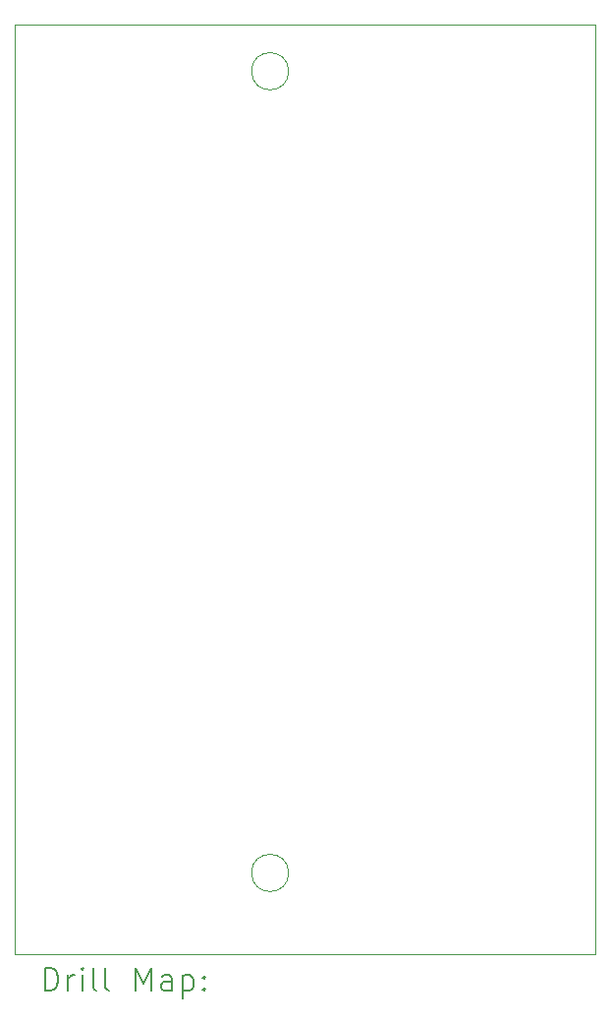
<source format=gbr>
%TF.GenerationSoftware,KiCad,Pcbnew,8.0.8*%
%TF.CreationDate,2025-01-26T13:14:30+09:00*%
%TF.ProjectId,SyncBoard,53796e63-426f-4617-9264-2e6b69636164,rev?*%
%TF.SameCoordinates,Original*%
%TF.FileFunction,Drillmap*%
%TF.FilePolarity,Positive*%
%FSLAX45Y45*%
G04 Gerber Fmt 4.5, Leading zero omitted, Abs format (unit mm)*
G04 Created by KiCad (PCBNEW 8.0.8) date 2025-01-26 13:14:30*
%MOMM*%
%LPD*%
G01*
G04 APERTURE LIST*
%ADD10C,0.050000*%
%ADD11C,0.200000*%
G04 APERTURE END LIST*
D10*
X10360000Y-10300000D02*
G75*
G02*
X10040000Y-10300000I-160000J0D01*
G01*
X10040000Y-10300000D02*
G75*
G02*
X10360000Y-10300000I160000J0D01*
G01*
X10360000Y-3400000D02*
G75*
G02*
X10040000Y-3400000I-160000J0D01*
G01*
X10040000Y-3400000D02*
G75*
G02*
X10360000Y-3400000I160000J0D01*
G01*
X8000000Y-3000000D02*
X13000000Y-3000000D01*
X13000000Y-11000000D01*
X8000000Y-11000000D01*
X8000000Y-3000000D01*
D11*
X8258277Y-11313984D02*
X8258277Y-11113984D01*
X8258277Y-11113984D02*
X8305896Y-11113984D01*
X8305896Y-11113984D02*
X8334467Y-11123508D01*
X8334467Y-11123508D02*
X8353515Y-11142555D01*
X8353515Y-11142555D02*
X8363039Y-11161603D01*
X8363039Y-11161603D02*
X8372562Y-11199698D01*
X8372562Y-11199698D02*
X8372562Y-11228269D01*
X8372562Y-11228269D02*
X8363039Y-11266365D01*
X8363039Y-11266365D02*
X8353515Y-11285412D01*
X8353515Y-11285412D02*
X8334467Y-11304460D01*
X8334467Y-11304460D02*
X8305896Y-11313984D01*
X8305896Y-11313984D02*
X8258277Y-11313984D01*
X8458277Y-11313984D02*
X8458277Y-11180650D01*
X8458277Y-11218746D02*
X8467801Y-11199698D01*
X8467801Y-11199698D02*
X8477324Y-11190174D01*
X8477324Y-11190174D02*
X8496372Y-11180650D01*
X8496372Y-11180650D02*
X8515420Y-11180650D01*
X8582086Y-11313984D02*
X8582086Y-11180650D01*
X8582086Y-11113984D02*
X8572563Y-11123508D01*
X8572563Y-11123508D02*
X8582086Y-11133031D01*
X8582086Y-11133031D02*
X8591610Y-11123508D01*
X8591610Y-11123508D02*
X8582086Y-11113984D01*
X8582086Y-11113984D02*
X8582086Y-11133031D01*
X8705896Y-11313984D02*
X8686848Y-11304460D01*
X8686848Y-11304460D02*
X8677324Y-11285412D01*
X8677324Y-11285412D02*
X8677324Y-11113984D01*
X8810658Y-11313984D02*
X8791610Y-11304460D01*
X8791610Y-11304460D02*
X8782086Y-11285412D01*
X8782086Y-11285412D02*
X8782086Y-11113984D01*
X9039229Y-11313984D02*
X9039229Y-11113984D01*
X9039229Y-11113984D02*
X9105896Y-11256841D01*
X9105896Y-11256841D02*
X9172563Y-11113984D01*
X9172563Y-11113984D02*
X9172563Y-11313984D01*
X9353515Y-11313984D02*
X9353515Y-11209222D01*
X9353515Y-11209222D02*
X9343991Y-11190174D01*
X9343991Y-11190174D02*
X9324944Y-11180650D01*
X9324944Y-11180650D02*
X9286848Y-11180650D01*
X9286848Y-11180650D02*
X9267801Y-11190174D01*
X9353515Y-11304460D02*
X9334467Y-11313984D01*
X9334467Y-11313984D02*
X9286848Y-11313984D01*
X9286848Y-11313984D02*
X9267801Y-11304460D01*
X9267801Y-11304460D02*
X9258277Y-11285412D01*
X9258277Y-11285412D02*
X9258277Y-11266365D01*
X9258277Y-11266365D02*
X9267801Y-11247317D01*
X9267801Y-11247317D02*
X9286848Y-11237793D01*
X9286848Y-11237793D02*
X9334467Y-11237793D01*
X9334467Y-11237793D02*
X9353515Y-11228269D01*
X9448753Y-11180650D02*
X9448753Y-11380650D01*
X9448753Y-11190174D02*
X9467801Y-11180650D01*
X9467801Y-11180650D02*
X9505896Y-11180650D01*
X9505896Y-11180650D02*
X9524944Y-11190174D01*
X9524944Y-11190174D02*
X9534467Y-11199698D01*
X9534467Y-11199698D02*
X9543991Y-11218746D01*
X9543991Y-11218746D02*
X9543991Y-11275888D01*
X9543991Y-11275888D02*
X9534467Y-11294936D01*
X9534467Y-11294936D02*
X9524944Y-11304460D01*
X9524944Y-11304460D02*
X9505896Y-11313984D01*
X9505896Y-11313984D02*
X9467801Y-11313984D01*
X9467801Y-11313984D02*
X9448753Y-11304460D01*
X9629705Y-11294936D02*
X9639229Y-11304460D01*
X9639229Y-11304460D02*
X9629705Y-11313984D01*
X9629705Y-11313984D02*
X9620182Y-11304460D01*
X9620182Y-11304460D02*
X9629705Y-11294936D01*
X9629705Y-11294936D02*
X9629705Y-11313984D01*
X9629705Y-11190174D02*
X9639229Y-11199698D01*
X9639229Y-11199698D02*
X9629705Y-11209222D01*
X9629705Y-11209222D02*
X9620182Y-11199698D01*
X9620182Y-11199698D02*
X9629705Y-11190174D01*
X9629705Y-11190174D02*
X9629705Y-11209222D01*
M02*

</source>
